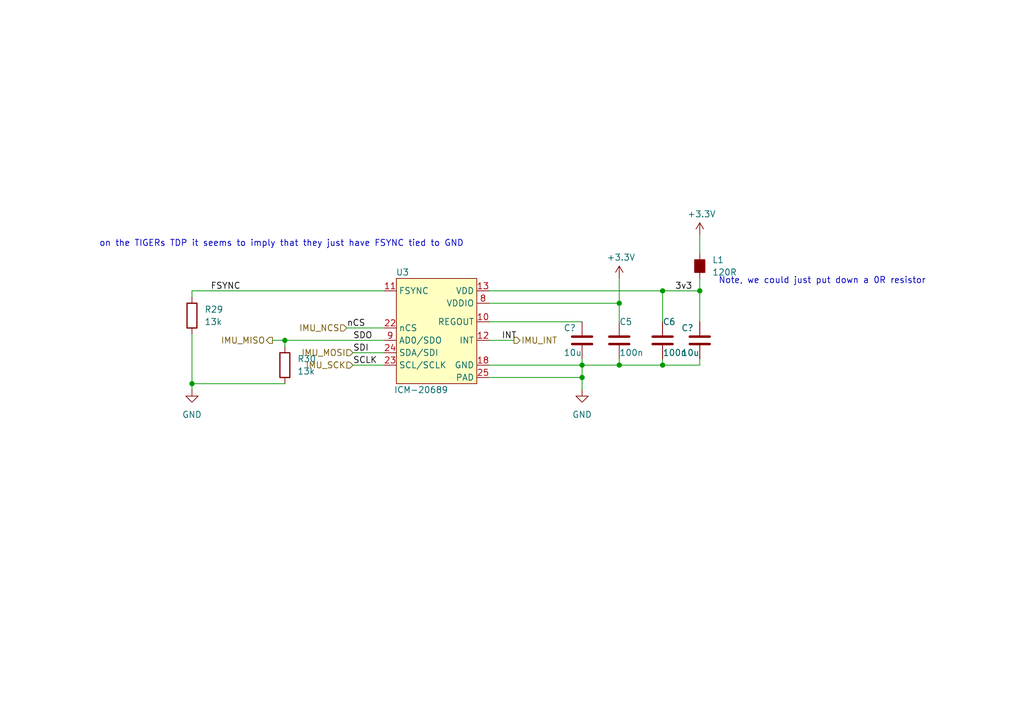
<source format=kicad_sch>
(kicad_sch (version 20250114) (generator "eeschema") (generator_version "9.0")
  (paper "A5")
  (lib_symbols
    (symbol "bots:C_100n_0402" (pin_numbers (hide yes)) (pin_names (offset 0.254))
      (property "Reference" "C" (at 0.635 2.54 0))
      (property "Value" "100n" (at 0.635 -2.54 0))
      (symbol "C_100n_0402_0_1"
        (polyline (pts (xy -2.032 0.762) (xy 2.032 0.762)) (stroke (width 0.508)))
        (polyline (pts (xy -2.032 -0.762) (xy 2.032 -0.762)) (stroke (width 0.508)))
      )
      (symbol "C_100n_0402_1_1"
        (pin passive line (at 0 3.81 270) (length 2.794) (name "~") (number "1"))
        (pin passive line (at 0 -3.81 90) (length 2.794) (name "~") (number "2"))
      )
    )
    (symbol "bots:C_10u" (pin_numbers (hide yes)) (pin_names (offset 0.254))
      (property "Reference" "C" (at 0.635 2.54 0))
      (property "Value" "10u" (at 0.635 -2.54 0))
      (symbol "C_10u_0_1"
        (polyline (pts (xy -2.032 0.762) (xy 2.032 0.762)) (stroke (width 0.508)))
        (polyline (pts (xy -2.032 -0.762) (xy 2.032 -0.762)) (stroke (width 0.508)))
      )
      (symbol "C_10u_1_1"
        (pin passive line (at 0 3.81 270) (length 2.794) (name "~") (number "1"))
        (pin passive line (at 0 -3.81 90) (length 2.794) (name "~") (number "2"))
      )
    )
    (symbol "bots:FB_120R" (pin_numbers (hide yes)) (pin_names (offset 0))
      (property "Reference" "L" (at 2.032 0 90))
      (property "Value" "120R" (at 2.54 -3.81 90))
      (symbol "FB_120R_1_1"
        (rectangle (start -1.016 1.27) (end 1.016 -1.27) (stroke (width 0.254)) (fill (type outline)))
        (pin passive line (at 0 2.54 270) (length 1.27) (name "~") (number "1"))
        (pin passive line (at 0 -2.54 90) (length 1.27) (name "~") (number "2"))
      )
    )
    (symbol "bots:ICM-20689"
      (property "Reference" "U" (at -6.35 10.16 0))
      (property "Value" "ICM-20689" (at 2.54 10.16 0))
      (symbol "ICM-20689_1_1"
        (rectangle (start -8.89 8.89) (end 7.62 -12.7) (fill (type background)))
        (pin input line (at -11.43 6.35 0) (length 2.54) (name "FSYNC") (number "11"))
        (pin input line (at -11.43 -1.27 0) (length 2.54) (name "nCS") (number "22"))
        (pin bidirectional line (at -11.43 -3.81 0) (length 2.54) (name "AD0/SDO") (number "9"))
        (pin bidirectional line (at -11.43 -6.35 0) (length 2.54) (name "SDA/SDI") (number "24"))
        (pin input line (at -11.43 -8.89 0) (length 2.54) (name "SCL/SCLK") (number "23"))
        (pin power_in line (at 10.16 6.35 180) (length 2.54) (name "VDD") (number "13"))
        (pin power_in line (at 10.16 3.81 180) (length 2.54) (name "VDDIO") (number "8"))
        (pin power_out line (at 10.16 0 180) (length 2.54) (name "REGOUT") (number "10"))
        (pin output line (at 10.16 -3.81 180) (length 2.54) (name "INT") (number "12"))
        (pin power_in line (at 10.16 -8.89 180) (length 2.54) (name "GND") (number "18"))
        (pin power_in line (at 10.16 -11.43 180) (length 2.54) (name "PAD") (number "25"))
        (pin no_connect line (at 31.75 13.97 0) (length 2.54) (hide yes) (name "NC") (number "1"))
        (pin no_connect line (at 31.75 11.43 0) (length 2.54) (hide yes) (name "NC") (number "2"))
        (pin no_connect line (at 31.75 8.89 0) (length 2.54) (hide yes) (name "NC") (number "3"))
        (pin no_connect line (at 31.75 6.35 0) (length 2.54) (hide yes) (name "NC") (number "4"))
        (pin no_connect line (at 31.75 3.81 0) (length 2.54) (hide yes) (name "NC") (number "5"))
        (pin no_connect line (at 31.75 1.27 0) (length 2.54) (hide yes) (name "NC") (number "6"))
        (pin no_connect line (at 31.75 -1.27 0) (length 2.54) (hide yes) (name "NC") (number "7"))
        (pin no_connect line (at 31.75 -3.81 0) (length 2.54) (hide yes) (name "NC") (number "14"))
        (pin no_connect line (at 31.75 -6.35 0) (length 2.54) (hide yes) (name "NC") (number "15"))
        (pin no_connect line (at 31.75 -8.89 0) (length 2.54) (hide yes) (name "NC") (number "16"))
        (pin no_connect line (at 31.75 -11.43 0) (length 2.54) (hide yes) (name "NC") (number "17"))
        (pin no_connect line (at 31.75 -13.97 0) (length 2.54) (hide yes) (name "NC") (number "19"))
        (pin no_connect line (at 31.75 -16.51 0) (length 2.54) (hide yes) (name "NC") (number "20"))
        (pin no_connect line (at 31.75 -19.05 0) (length 2.54) (hide yes) (name "NC") (number "21"))
      )
    )
    (symbol "bots:R_13k" (pin_numbers (hide yes)) (pin_names (offset 0))
      (property "Reference" "R" (at 2.032 0 90))
      (property "Value" "13k" (at 0 0 90))
      (symbol "R_13k_0_1"
        (rectangle (start -1.016 -2.54) (end 1.016 2.54) (stroke (width 0.254)))
      )
      (symbol "R_13k_1_1"
        (pin passive line (at 0 3.81 270) (length 1.27) (name "~") (number "1"))
        (pin passive line (at 0 -3.81 90) (length 1.27) (name "~") (number "2"))
      )
    )
    (symbol "power:+3.3V" (power) (pin_names (offset 0))
      (property "Value" "+3.3V" (at 0 3.556 0))
      (symbol "+3.3V_0_1"
        (polyline (pts (xy -0.762 1.27) (xy 0 2.54)))
        (polyline (pts (xy 0 2.54) (xy 0.762 1.27)))
        (polyline (pts (xy 0 0) (xy 0 2.54)))
      )
      (symbol "+3.3V_1_1"
        (pin power_in line (at 0 0 90) (length 0) (hide yes) (name "+3.3V") (number "1"))
      )
    )
    (symbol "power:GND" (power) (pin_names (offset 0))
      (property "Value" "GND" (at 0 -3.81 0))
      (symbol "GND_0_1"
        (polyline (pts (xy 0 0) (xy 0 -1.27) (xy 1.27 -1.27) (xy 0 -2.54) (xy -1.27 -1.27) (xy 0 -1.27)))
      )
      (symbol "GND_1_1"
        (pin power_in line (at 0 0 270) (length 0) (hide yes) (name "GND") (number "1"))
      )
    )
  )
  (text "Note, we could just put down a 0R resistor" (at 147.32 58.42 0) (effects (font (size 1.27 1.27)) (justify left bottom)))
  (text "on the TIGERs TDP it seems to imply that they just have FSYNC tied to GND" (at 20.32 50.8 0) (effects (font (size 1.27 1.27)) (justify left bottom)))
  (junction (at 119.38 77.47))
  (junction (at 143.51 59.69))
  (junction (at 127 62.23))
  (junction (at 127 74.93))
  (junction (at 39.37 78.74))
  (junction (at 135.89 74.93))
  (junction (at 135.89 59.69))
  (junction (at 119.38 74.93))
  (junction (at 58.42 69.85))
  (wire (pts (xy 72.39 72.39) (xy 78.74 72.39)))
  (wire (pts (xy 100.33 69.85) (xy 105.41 69.85)))
  (wire (pts (xy 143.51 66.04) (xy 143.51 59.69)))
  (wire (pts (xy 127 57.15) (xy 127 62.23)))
  (wire (pts (xy 100.33 66.04) (xy 119.38 66.04)))
  (wire (pts (xy 71.12 67.31) (xy 78.74 67.31)))
  (wire (pts (xy 135.89 73.66) (xy 135.89 74.93)))
  (wire (pts (xy 119.38 74.93) (xy 127 74.93)))
  (wire (pts (xy 39.37 78.74) (xy 39.37 80.01)))
  (wire (pts (xy 39.37 60.96) (xy 39.37 59.69)))
  (wire (pts (xy 135.89 59.69) (xy 135.89 66.04)))
  (wire (pts (xy 39.37 68.58) (xy 39.37 78.74)))
  (wire (pts (xy 72.39 74.93) (xy 78.74 74.93)))
  (wire (pts (xy 143.51 57.15) (xy 143.51 59.69)))
  (wire (pts (xy 58.42 69.85) (xy 78.74 69.85)))
  (wire (pts (xy 143.51 73.66) (xy 143.51 74.93)))
  (wire (pts (xy 39.37 59.69) (xy 78.74 59.69)))
  (wire (pts (xy 100.33 77.47) (xy 119.38 77.47)))
  (wire (pts (xy 58.42 69.85) (xy 58.42 71.12)))
  (wire (pts (xy 55.88 69.85) (xy 58.42 69.85)))
  (wire (pts (xy 100.33 59.69) (xy 135.89 59.69)))
  (wire (pts (xy 119.38 73.66) (xy 119.38 74.93)))
  (wire (pts (xy 127 73.66) (xy 127 74.93)))
  (wire (pts (xy 39.37 78.74) (xy 58.42 78.74)))
  (wire (pts (xy 100.33 62.23) (xy 127 62.23)))
  (wire (pts (xy 127 62.23) (xy 127 66.04)))
  (wire (pts (xy 127 74.93) (xy 135.89 74.93)))
  (wire (pts (xy 119.38 77.47) (xy 119.38 74.93)))
  (wire (pts (xy 119.38 80.01) (xy 119.38 77.47)))
  (wire (pts (xy 135.89 74.93) (xy 143.51 74.93)))
  (wire (pts (xy 100.33 74.93) (xy 119.38 74.93)))
  (wire (pts (xy 143.51 48.26) (xy 143.51 52.07)))
  (wire (pts (xy 135.89 59.69) (xy 143.51 59.69)))
  (label "nCS" (at 71.12 67.31 0))
  (label "SDO" (at 72.39 69.85 0))
  (label "INT" (at 102.87 69.85 0))
  (label "3v3" (at 138.43 59.69 0))
  (label "SDI" (at 72.39 72.39 0))
  (label "FSYNC" (at 43.18 59.69 0))
  (label "SCLK" (at 72.39 74.93 0))
  (hierarchical_label "IMU_MISO" (shape output) (at 55.88 69.85 180))
  (hierarchical_label "IMU_INT" (shape output) (at 105.41 69.85 0))
  (hierarchical_label "IMU_NCS" (shape input) (at 71.12 67.31 180))
  (hierarchical_label "IMU_MOSI" (shape input) (at 72.39 72.39 180))
  (hierarchical_label "IMU_SCK" (shape input) (at 72.39 74.93 180))
  (symbol (lib_id "power:GND") (at 39.37 80.01 0) (unit 1)
    (property "Reference" "#PWR042" (effects (hide yes)))
    (property "Value" "GND" (at 39.37 85.09 0))
  )
  (symbol (lib_id "bots:C_100n_0402") (at 135.89 69.85 0) (unit 1)
    (property "Reference" "C6" (at 135.89 66.04 0) (effects (justify left)))
    (property "Value" "100n" (at 135.89 72.39 0) (effects (justify left)))
    (property "Footprint" "bots:C_0402_1005Metric" (effects (hide yes)))
    (property "LCSC" "C307331" (effects (hide yes)))
  )
  (symbol (lib_id "bots:C_10u") (at 143.51 69.85 0) (unit 1)
    (property "Reference" "C7" (at 139.7 67.31 0) (effects (justify left)))
    (property "Value" "10u" (at 139.7 72.39 0) (effects (justify left)))
    (property "Footprint" "bots:C_0805_2012Metric" (effects (hide yes)))
    (property "Description" "Unpolarized capacitor" (effects (hide yes)))
    (property "LCSC" "C440198" (effects (hide yes)))
    (property "MPN" "GRM21BR61H106KE43L" (effects (hide yes)))
    (property "Manufacturer" "Murata" (effects (hide yes)))
    (property "Price" "0.0645" (effects (hide yes)))
    (property "JLC" "0805" (effects (hide yes)))
    (property "JLC Extended" "no" (effects (hide yes)))
    (instances (project "BoardyMcBoardFace" (path "" (reference "C?") (unit 1))) (project "FacePlate" (path "" (reference "C7") (unit 1))))
  )
  (symbol (lib_id "bots:R_13k") (at 58.42 74.93 0) (unit 1)
    (property "Reference" "R30" (at 60.96 73.6599 0) (effects (justify left)))
    (property "Value" "13k" (at 60.96 76.1999 0) (effects (justify left)))
    (property "Footprint" "bots:R_0603_1608Metric" (effects (hide yes)))
    (property "Description" "Resistor" (effects (hide yes)))
    (property "LCSC" "C22797" (effects (hide yes)))
    (property "MPN" "0603WAF1302T5E" (effects (hide yes)))
    (property "Manufacturer" "UNI-ROYAL(Uniroyal Elec)" (effects (hide yes)))
    (property "Price" "0.0008" (effects (hide yes)))
    (property "JLC" "0603" (effects (hide yes)))
    (property "JLC Extended" "no" (effects (hide yes)))
  )
  (symbol (lib_id "power:+3.3V") (at 127 57.15 0) (unit 1)
    (property "Reference" "#PWR035" (effects (hide yes)))
    (property "Value" "+3.3V" (at 127.3683 52.8256 0))
  )
  (symbol (lib_id "power:GND") (at 119.38 80.01 0) (unit 1)
    (property "Reference" "#PWR044" (effects (hide yes)))
    (property "Value" "GND" (at 119.38 85.09 0))
  )
  (symbol (lib_id "bots:R_13k") (at 39.37 64.77 0) (unit 1)
    (property "Reference" "R29" (at 41.91 63.4999 0) (effects (justify left)))
    (property "Value" "13k" (at 41.91 66.0399 0) (effects (justify left)))
    (property "Footprint" "bots:R_0603_1608Metric" (effects (hide yes)))
    (property "Description" "Resistor" (effects (hide yes)))
    (property "LCSC" "C22797" (effects (hide yes)))
    (property "MPN" "0603WAF1302T5E" (effects (hide yes)))
    (property "Manufacturer" "UNI-ROYAL(Uniroyal Elec)" (effects (hide yes)))
    (property "Price" "0.0008" (effects (hide yes)))
    (property "JLC" "0603" (effects (hide yes)))
    (property "JLC Extended" "no" (effects (hide yes)))
  )
  (symbol (lib_id "bots:ICM-20689") (at 90.17 66.04 0) (unit 1)
    (property "Reference" "U3" (at 82.55 55.88 0))
    (property "Value" "ICM-20689" (at 86.36 80.01 0))
    (property "Footprint" "bots:QFN50P400X400X95-24N" (effects (hide yes)))
    (property "LCSC" "C2649494" (effects (hide yes)))
  )
  (symbol (lib_id "bots:C_100n_0402") (at 127 69.85 0) (unit 1)
    (property "Reference" "C5" (at 127 66.04 0) (effects (justify left)))
    (property "Value" "100n" (at 127 72.39 0) (effects (justify left)))
    (property "Footprint" "bots:C_0402_1005Metric" (effects (hide yes)))
    (property "LCSC" "C307331" (effects (hide yes)))
  )
  (symbol (lib_id "bots:FB_120R") (at 143.51 54.61 0) (unit 1)
    (property "Reference" "L1" (at 146.05 53.34 0) (effects (justify left)))
    (property "Value" "120R" (at 146.05 55.88 0) (effects (justify left)))
    (property "Footprint" "bots:L_0603_1608Metric" (effects (hide yes)))
    (property "LCSC" "C12391" (effects (hide yes)))
  )
  (symbol (lib_id "power:+3.3V") (at 143.51 48.26 0) (unit 1)
    (property "Reference" "#PWR016" (effects (hide yes)))
    (property "Value" "+3.3V" (at 143.8783 43.9356 0))
  )
  (symbol (lib_id "bots:C_10u") (at 119.38 69.85 0) (unit 1)
    (property "Reference" "C14" (at 115.57 67.31 0) (effects (justify left)))
    (property "Value" "10u" (at 115.57 72.39 0) (effects (justify left)))
    (property "Footprint" "bots:C_0805_2012Metric" (effects (hide yes)))
    (property "Description" "Unpolarized capacitor" (effects (hide yes)))
    (property "LCSC" "C440198" (effects (hide yes)))
    (property "MPN" "GRM21BR61H106KE43L" (effects (hide yes)))
    (property "Manufacturer" "Murata" (effects (hide yes)))
    (property "Price" "0.0645" (effects (hide yes)))
    (property "JLC" "0805" (effects (hide yes)))
    (property "JLC Extended" "no" (effects (hide yes)))
    (instances (project "BoardyMcBoardFace" (path "" (reference "C?") (unit 1))) (project "FacePlate" (path "" (reference "C14") (unit 1))))
  )
)
</source>
